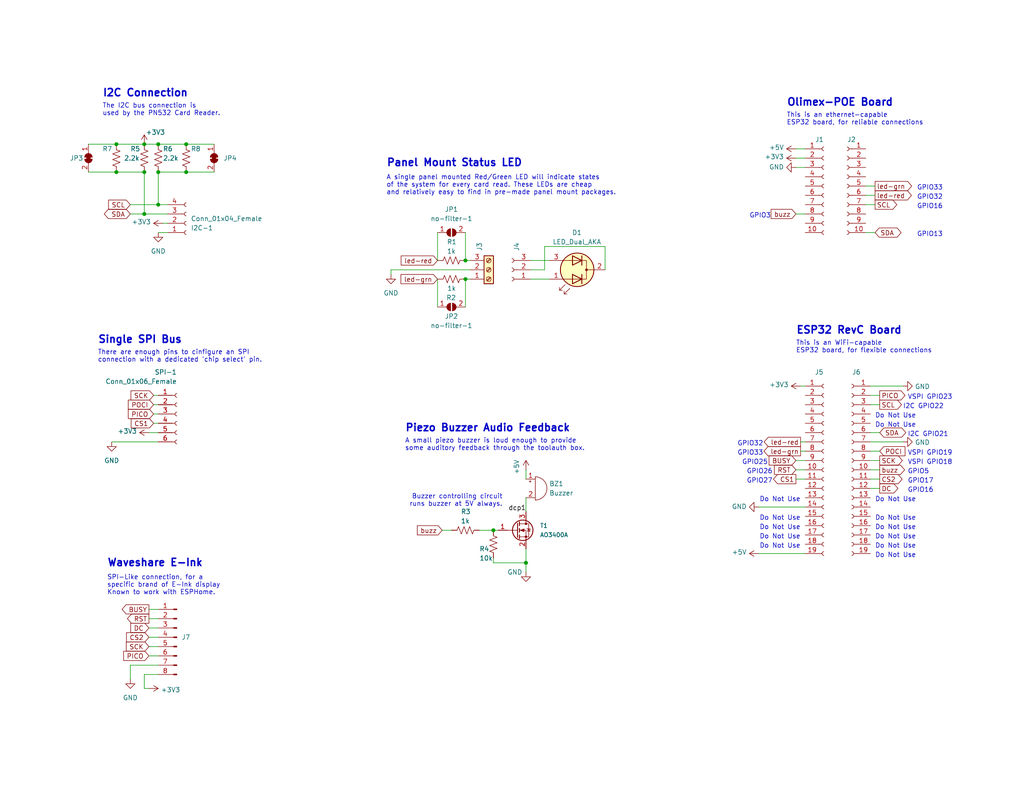
<source format=kicad_sch>
(kicad_sch (version 20211123) (generator eeschema)
  (paper "USLetter")
  (title_block (title "Reader-Daughter Board") (date "2023-07-20") (rev "2") (company "MakeHaven") (comment 1 "Olimex POE | Card Reader [I2C]") (comment 2 "ESP32revC | Card Reader [I2C] | E-Ink [waveshare] | General SPI bus"))
  (lib_symbols
    (symbol "Connector:Conn_01x03_Female" (pin_names (offset 1.016) hide)
      (property "Reference" "J" (at 0 5.08 0))
      (property "Value" "Conn_01x03_Female" (at 0 -5.08 0))
      (symbol "Conn_01x03_Female_1_1"
        (arc (start 0 -2.032) (mid -0.508 -2.54) (end 0 -3.048) (stroke (width 0.1524)))
        (polyline (pts (xy -1.27 -2.54) (xy -0.508 -2.54)) (stroke (width 0.1524)))
        (polyline (pts (xy -1.27 0) (xy -0.508 0)) (stroke (width 0.1524)))
        (polyline (pts (xy -1.27 2.54) (xy -0.508 2.54)) (stroke (width 0.1524)))
        (arc (start 0 0.508) (mid -0.508 0) (end 0 -0.508) (stroke (width 0.1524)))
        (arc (start 0 3.048) (mid -0.508 2.54) (end 0 2.032) (stroke (width 0.1524)))
        (pin passive line (at -5.08 2.54 0) (length 3.81) (name "Pin_1") (number "1"))
        (pin passive line (at -5.08 0 0) (length 3.81) (name "Pin_2") (number "2"))
        (pin passive line (at -5.08 -2.54 0) (length 3.81) (name "Pin_3") (number "3"))
      )
    )
    (symbol "Connector:Conn_01x04_Female" (pin_names (offset 1.016) hide)
      (property "Reference" "J" (at 0 5.08 0))
      (property "Value" "Conn_01x04_Female" (at 0 -7.62 0))
      (symbol "Conn_01x04_Female_1_1"
        (arc (start 0 -4.572) (mid -0.508 -5.08) (end 0 -5.588) (stroke (width 0.1524)))
        (arc (start 0 -2.032) (mid -0.508 -2.54) (end 0 -3.048) (stroke (width 0.1524)))
        (polyline (pts (xy -1.27 -5.08) (xy -0.508 -5.08)) (stroke (width 0.1524)))
        (polyline (pts (xy -1.27 -2.54) (xy -0.508 -2.54)) (stroke (width 0.1524)))
        (polyline (pts (xy -1.27 0) (xy -0.508 0)) (stroke (width 0.1524)))
        (polyline (pts (xy -1.27 2.54) (xy -0.508 2.54)) (stroke (width 0.1524)))
        (arc (start 0 0.508) (mid -0.508 0) (end 0 -0.508) (stroke (width 0.1524)))
        (arc (start 0 3.048) (mid -0.508 2.54) (end 0 2.032) (stroke (width 0.1524)))
        (pin passive line (at -5.08 2.54 0) (length 3.81) (name "Pin_1") (number "1"))
        (pin passive line (at -5.08 0 0) (length 3.81) (name "Pin_2") (number "2"))
        (pin passive line (at -5.08 -2.54 0) (length 3.81) (name "Pin_3") (number "3"))
        (pin passive line (at -5.08 -5.08 0) (length 3.81) (name "Pin_4") (number "4"))
      )
    )
    (symbol "Connector:Conn_01x06_Female" (pin_names (offset 1.016) hide)
      (property "Reference" "J" (at 0 7.62 0))
      (property "Value" "Conn_01x06_Female" (at 0 -10.16 0))
      (symbol "Conn_01x06_Female_1_1"
        (arc (start 0 -7.112) (mid -0.508 -7.62) (end 0 -8.128) (stroke (width 0.1524)))
        (arc (start 0 -4.572) (mid -0.508 -5.08) (end 0 -5.588) (stroke (width 0.1524)))
        (arc (start 0 -2.032) (mid -0.508 -2.54) (end 0 -3.048) (stroke (width 0.1524)))
        (polyline (pts (xy -1.27 -7.62) (xy -0.508 -7.62)) (stroke (width 0.1524)))
        (polyline (pts (xy -1.27 -5.08) (xy -0.508 -5.08)) (stroke (width 0.1524)))
        (polyline (pts (xy -1.27 -2.54) (xy -0.508 -2.54)) (stroke (width 0.1524)))
        (polyline (pts (xy -1.27 0) (xy -0.508 0)) (stroke (width 0.1524)))
        (polyline (pts (xy -1.27 2.54) (xy -0.508 2.54)) (stroke (width 0.1524)))
        (polyline (pts (xy -1.27 5.08) (xy -0.508 5.08)) (stroke (width 0.1524)))
        (arc (start 0 0.508) (mid -0.508 0) (end 0 -0.508) (stroke (width 0.1524)))
        (arc (start 0 3.048) (mid -0.508 2.54) (end 0 2.032) (stroke (width 0.1524)))
        (arc (start 0 5.588) (mid -0.508 5.08) (end 0 4.572) (stroke (width 0.1524)))
        (pin passive line (at -5.08 5.08 0) (length 3.81) (name "Pin_1") (number "1"))
        (pin passive line (at -5.08 2.54 0) (length 3.81) (name "Pin_2") (number "2"))
        (pin passive line (at -5.08 0 0) (length 3.81) (name "Pin_3") (number "3"))
        (pin passive line (at -5.08 -2.54 0) (length 3.81) (name "Pin_4") (number "4"))
        (pin passive line (at -5.08 -5.08 0) (length 3.81) (name "Pin_5") (number "5"))
        (pin passive line (at -5.08 -7.62 0) (length 3.81) (name "Pin_6") (number "6"))
      )
    )
    (symbol "Connector:Conn_01x08_Male" (pin_names (offset 1.016) hide)
      (property "Reference" "J" (at 0 10.16 0))
      (property "Value" "Conn_01x08_Male" (at 0 -12.7 0))
      (symbol "Conn_01x08_Male_1_1"
        (polyline (pts (xy 1.27 -10.16) (xy 0.8636 -10.16)) (stroke (width 0.1524)))
        (polyline (pts (xy 1.27 -7.62) (xy 0.8636 -7.62)) (stroke (width 0.1524)))
        (polyline (pts (xy 1.27 -5.08) (xy 0.8636 -5.08)) (stroke (width 0.1524)))
        (polyline (pts (xy 1.27 -2.54) (xy 0.8636 -2.54)) (stroke (width 0.1524)))
        (polyline (pts (xy 1.27 0) (xy 0.8636 0)) (stroke (width 0.1524)))
        (polyline (pts (xy 1.27 2.54) (xy 0.8636 2.54)) (stroke (width 0.1524)))
        (polyline (pts (xy 1.27 5.08) (xy 0.8636 5.08)) (stroke (width 0.1524)))
        (polyline (pts (xy 1.27 7.62) (xy 0.8636 7.62)) (stroke (width 0.1524)))
        (rectangle (start 0.8636 -10.033) (end 0 -10.287) (stroke (width 0.1524)) (fill (type outline)))
        (rectangle (start 0.8636 -7.493) (end 0 -7.747) (stroke (width 0.1524)) (fill (type outline)))
        (rectangle (start 0.8636 -4.953) (end 0 -5.207) (stroke (width 0.1524)) (fill (type outline)))
        (rectangle (start 0.8636 -2.413) (end 0 -2.667) (stroke (width 0.1524)) (fill (type outline)))
        (rectangle (start 0.8636 0.127) (end 0 -0.127) (stroke (width 0.1524)) (fill (type outline)))
        (rectangle (start 0.8636 2.667) (end 0 2.413) (stroke (width 0.1524)) (fill (type outline)))
        (rectangle (start 0.8636 5.207) (end 0 4.953) (stroke (width 0.1524)) (fill (type outline)))
        (rectangle (start 0.8636 7.747) (end 0 7.493) (stroke (width 0.1524)) (fill (type outline)))
        (pin passive line (at 5.08 7.62 180) (length 3.81) (name "Pin_1") (number "1"))
        (pin passive line (at 5.08 5.08 180) (length 3.81) (name "Pin_2") (number "2"))
        (pin passive line (at 5.08 2.54 180) (length 3.81) (name "Pin_3") (number "3"))
        (pin passive line (at 5.08 0 180) (length 3.81) (name "Pin_4") (number "4"))
        (pin passive line (at 5.08 -2.54 180) (length 3.81) (name "Pin_5") (number "5"))
        (pin passive line (at 5.08 -5.08 180) (length 3.81) (name "Pin_6") (number "6"))
        (pin passive line (at 5.08 -7.62 180) (length 3.81) (name "Pin_7") (number "7"))
        (pin passive line (at 5.08 -10.16 180) (length 3.81) (name "Pin_8") (number "8"))
      )
    )
    (symbol "Connector:Conn_01x10_Female" (pin_names (offset 1.016) hide)
      (property "Reference" "J" (at 0 12.7 0))
      (property "Value" "Conn_01x10_Female" (at 0 -15.24 0))
      (symbol "Conn_01x10_Female_1_1"
        (arc (start 0 -12.192) (mid -0.508 -12.7) (end 0 -13.208) (stroke (width 0.1524)))
        (arc (start 0 -9.652) (mid -0.508 -10.16) (end 0 -10.668) (stroke (width 0.1524)))
        (arc (start 0 -7.112) (mid -0.508 -7.62) (end 0 -8.128) (stroke (width 0.1524)))
        (arc (start 0 -4.572) (mid -0.508 -5.08) (end 0 -5.588) (stroke (width 0.1524)))
        (arc (start 0 -2.032) (mid -0.508 -2.54) (end 0 -3.048) (stroke (width 0.1524)))
        (polyline (pts (xy -1.27 -12.7) (xy -0.508 -12.7)) (stroke (width 0.1524)))
        (polyline (pts (xy -1.27 -10.16) (xy -0.508 -10.16)) (stroke (width 0.1524)))
        (polyline (pts (xy -1.27 -7.62) (xy -0.508 -7.62)) (stroke (width 0.1524)))
        (polyline (pts (xy -1.27 -5.08) (xy -0.508 -5.08)) (stroke (width 0.1524)))
        (polyline (pts (xy -1.27 -2.54) (xy -0.508 -2.54)) (stroke (width 0.1524)))
        (polyline (pts (xy -1.27 0) (xy -0.508 0)) (stroke (width 0.1524)))
        (polyline (pts (xy -1.27 2.54) (xy -0.508 2.54)) (stroke (width 0.1524)))
        (polyline (pts (xy -1.27 5.08) (xy -0.508 5.08)) (stroke (width 0.1524)))
        (polyline (pts (xy -1.27 7.62) (xy -0.508 7.62)) (stroke (width 0.1524)))
        (polyline (pts (xy -1.27 10.16) (xy -0.508 10.16)) (stroke (width 0.1524)))
        (arc (start 0 0.508) (mid -0.508 0) (end 0 -0.508) (stroke (width 0.1524)))
        (arc (start 0 3.048) (mid -0.508 2.54) (end 0 2.032) (stroke (width 0.1524)))
        (arc (start 0 5.588) (mid -0.508 5.08) (end 0 4.572) (stroke (width 0.1524)))
        (arc (start 0 8.128) (mid -0.508 7.62) (end 0 7.112) (stroke (width 0.1524)))
        (arc (start 0 10.668) (mid -0.508 10.16) (end 0 9.652) (stroke (width 0.1524)))
        (pin passive line (at -5.08 10.16 0) (length 3.81) (name "Pin_1") (number "1"))
        (pin passive line (at -5.08 -12.7 0) (length 3.81) (name "Pin_10") (number "10"))
        (pin passive line (at -5.08 7.62 0) (length 3.81) (name "Pin_2") (number "2"))
        (pin passive line (at -5.08 5.08 0) (length 3.81) (name "Pin_3") (number "3"))
        (pin passive line (at -5.08 2.54 0) (length 3.81) (name "Pin_4") (number "4"))
        (pin passive line (at -5.08 0 0) (length 3.81) (name "Pin_5") (number "5"))
        (pin passive line (at -5.08 -2.54 0) (length 3.81) (name "Pin_6") (number "6"))
        (pin passive line (at -5.08 -5.08 0) (length 3.81) (name "Pin_7") (number "7"))
        (pin passive line (at -5.08 -7.62 0) (length 3.81) (name "Pin_8") (number "8"))
        (pin passive line (at -5.08 -10.16 0) (length 3.81) (name "Pin_9") (number "9"))
      )
    )
    (symbol "Connector:Conn_01x19_Female" (pin_names (offset 1.016) hide)
      (property "Reference" "J" (at 0 25.4 0))
      (property "Value" "Conn_01x19_Female" (at 0 -25.4 0))
      (symbol "Conn_01x19_Female_1_1"
        (arc (start 0 -22.352) (mid -0.508 -22.86) (end 0 -23.368) (stroke (width 0.1524)))
        (arc (start 0 -19.812) (mid -0.508 -20.32) (end 0 -20.828) (stroke (width 0.1524)))
        (arc (start 0 -17.272) (mid -0.508 -17.78) (end 0 -18.288) (stroke (width 0.1524)))
        (arc (start 0 -14.732) (mid -0.508 -15.24) (end 0 -15.748) (stroke (width 0.1524)))
        (arc (start 0 -12.192) (mid -0.508 -12.7) (end 0 -13.208) (stroke (width 0.1524)))
        (arc (start 0 -9.652) (mid -0.508 -10.16) (end 0 -10.668) (stroke (width 0.1524)))
        (arc (start 0 -7.112) (mid -0.508 -7.62) (end 0 -8.128) (stroke (width 0.1524)))
        (arc (start 0 -4.572) (mid -0.508 -5.08) (end 0 -5.588) (stroke (width 0.1524)))
        (arc (start 0 -2.032) (mid -0.508 -2.54) (end 0 -3.048) (stroke (width 0.1524)))
        (polyline (pts (xy -1.27 -22.86) (xy -0.508 -22.86)) (stroke (width 0.1524)))
        (polyline (pts (xy -1.27 -20.32) (xy -0.508 -20.32)) (stroke (width 0.1524)))
        (polyline (pts (xy -1.27 -17.78) (xy -0.508 -17.78)) (stroke (width 0.1524)))
        (polyline (pts (xy -1.27 -15.24) (xy -0.508 -15.24)) (stroke (width 0.1524)))
        (polyline (pts (xy -1.27 -12.7) (xy -0.508 -12.7)) (stroke (width 0.1524)))
        (polyline (pts (xy -1.27 -10.16) (xy -0.508 -10.16)) (stroke (width 0.1524)))
        (polyline (pts (xy -1.27 -7.62) (xy -0.508 -7.62)) (stroke (width 0.1524)))
        (polyline (pts (xy -1.27 -5.08) (xy -0.508 -5.08)) (stroke (width 0.1524)))
        (polyline (pts (xy -1.27 -2.54) (xy -0.508 -2.54)) (stroke (width 0.1524)))
        (polyline (pts (xy -1.27 0) (xy -0.508 0)) (stroke (width 0.1524)))
        (polyline (pts (xy -1.27 2.54) (xy -0.508 2.54)) (stroke (width 0.1524)))
        (polyline (pts (xy -1.27 5.08) (xy -0.508 5.08)) (stroke (width 0.1524)))
        (polyline (pts (xy -1.27 7.62) (xy -0.508 7.62)) (stroke (width 0.1524)))
        (polyline (pts (xy -1.27 10.16) (xy -0.508 10.16)) (stroke (width 0.1524)))
        (polyline (pts (xy -1.27 12.7) (xy -0.508 12.7)) (stroke (width 0.1524)))
        (polyline (pts (xy -1.27 15.24) (xy -0.508 15.24)) (stroke (width 0.1524)))
        (polyline (pts (xy -1.27 17.78) (xy -0.508 17.78)) (stroke (width 0.1524)))
        (polyline (pts (xy -1.27 20.32) (xy -0.508 20.32)) (stroke (width 0.1524)))
        (polyline (pts (xy -1.27 22.86) (xy -0.508 22.86)) (stroke (width 0.1524)))
        (arc (start 0 0.508) (mid -0.508 0) (end 0 -0.508) (stroke (width 0.1524)))
        (arc (start 0 3.048) (mid -0.508 2.54) (end 0 2.032) (stroke (width 0.1524)))
        (arc (start 0 5.588) (mid -0.508 5.08) (end 0 4.572) (stroke (width 0.1524)))
        (arc (start 0 8.128) (mid -0.508 7.62) (end 0 7.112) (stroke (width 0.1524)))
        (arc (start 0 10.668) (mid -0.508 10.16) (end 0 9.652) (stroke (width 0.1524)))
        (arc (start 0 13.208) (mid -0.508 12.7) (end 0 12.192) (stroke (width 0.1524)))
        (arc (start 0 15.748) (mid -0.508 15.24) (end 0 14.732) (stroke (width 0.1524)))
        (arc (start 0 18.288) (mid -0.508 17.78) (end 0 17.272) (stroke (width 0.1524)))
        (arc (start 0 20.828) (mid -0.508 20.32) (end 0 19.812) (stroke (width 0.1524)))
        (arc (start 0 23.368) (mid -0.508 22.86) (end 0 22.352) (stroke (width 0.1524)))
        (pin passive line (at -5.08 22.86 0) (length 3.81) (name "Pin_1") (number "1"))
        (pin passive line (at -5.08 0 0) (length 3.81) (name "Pin_10") (number "10"))
        (pin passive line (at -5.08 -2.54 0) (length 3.81) (name "Pin_11") (number "11"))
        (pin passive line (at -5.08 -5.08 0) (length 3.81) (name "Pin_12") (number "12"))
        (pin passive line (at -5.08 -7.62 0) (length 3.81) (name "Pin_13") (number "13"))
        (pin passive line (at -5.08 -10.16 0) (length 3.81) (name "Pin_14") (number "14"))
        (pin passive line (at -5.08 -12.7 0) (length 3.81) (name "Pin_15") (number "15"))
        (pin passive line (at -5.08 -15.24 0) (length 3.81) (name "Pin_16") (number "16"))
        (pin passive line (at -5.08 -17.78 0) (length 3.81) (name "Pin_17") (number "17"))
        (pin passive line (at -5.08 -20.32 0) (length 3.81) (name "Pin_18") (number "18"))
        (pin passive line (at -5.08 -22.86 0) (length 3.81) (name "Pin_19") (number "19"))
        (pin passive line (at -5.08 20.32 0) (length 3.81) (name "Pin_2") (number "2"))
        (pin passive line (at -5.08 17.78 0) (length 3.81) (name "Pin_3") (number "3"))
        (pin passive line (at -5.08 15.24 0) (length 3.81) (name "Pin_4") (number "4"))
        (pin passive line (at -5.08 12.7 0) (length 3.81) (name "Pin_5") (number "5"))
        (pin passive line (at -5.08 10.16 0) (length 3.81) (name "Pin_6") (number "6"))
        (pin passive line (at -5.08 7.62 0) (length 3.81) (name "Pin_7") (number "7"))
        (pin passive line (at -5.08 5.08 0) (length 3.81) (name "Pin_8") (number "8"))
        (pin passive line (at -5.08 2.54 0) (length 3.81) (name "Pin_9") (number "9"))
      )
    )
    (symbol "Connector:Screw_Terminal_01x03" (pin_names (offset 1.016) hide)
      (property "Reference" "J" (at 0 5.08 0))
      (property "Value" "Screw_Terminal_01x03" (at 0 -5.08 0))
      (symbol "Screw_Terminal_01x03_1_1"
        (rectangle (start -1.27 3.81) (end 1.27 -3.81) (stroke (width 0.254)) (fill (type background)))
        (circle (center 0 -2.54) (radius 0.635) (stroke (width 0.1524)))
        (polyline (pts (xy -0.5334 -2.2098) (xy 0.3302 -3.048)) (stroke (width 0.1524)))
        (polyline (pts (xy -0.5334 0.3302) (xy 0.3302 -0.508)) (stroke (width 0.1524)))
        (polyline (pts (xy -0.5334 2.8702) (xy 0.3302 2.032)) (stroke (width 0.1524)))
        (polyline (pts (xy -0.3556 -2.032) (xy 0.508 -2.8702)) (stroke (width 0.1524)))
        (polyline (pts (xy -0.3556 0.508) (xy 0.508 -0.3302)) (stroke (width 0.1524)))
        (polyline (pts (xy -0.3556 3.048) (xy 0.508 2.2098)) (stroke (width 0.1524)))
        (circle (center 0 0) (radius 0.635) (stroke (width 0.1524)))
        (circle (center 0 2.54) (radius 0.635) (stroke (width 0.1524)))
        (pin passive line (at -5.08 2.54 0) (length 3.81) (name "Pin_1") (number "1"))
        (pin passive line (at -5.08 0 0) (length 3.81) (name "Pin_2") (number "2"))
        (pin passive line (at -5.08 -2.54 0) (length 3.81) (name "Pin_3") (number "3"))
      )
    )
    (symbol "Device:Buzzer" (pin_names (offset 0.0254) hide)
      (property "Reference" "BZ" (at 3.81 1.27 0))
      (property "Value" "Buzzer" (at 3.81 -1.27 0))
      (symbol "Buzzer_0_1"
        (arc (start 0 -3.175) (mid 3.175 0) (end 0 3.175))
        (polyline (pts (xy -1.651 1.905) (xy -1.143 1.905)))
        (polyline (pts (xy -1.397 2.159) (xy -1.397 1.651)))
        (polyline (pts (xy 0 3.175) (xy 0 -3.175)))
      )
      (symbol "Buzzer_1_1"
        (pin passive line (at -2.54 2.54 0) (length 2.54) (name "-") (number "1"))
        (pin passive line (at -2.54 -2.54 0) (length 2.54) (name "+") (number "2"))
      )
    )
    (symbol "Device:LED_Dual_AKA" (pin_names (offset 0) hide)
      (property "Reference" "D" (at 0 5.715 0))
      (property "Value" "LED_Dual_AKA" (at 0 -6.35 0))
      (symbol "LED_Dual_AKA_0_1"
        (circle (center -2.54 0) (radius 0.2794) (fill (type outline)))
        (polyline (pts (xy -4.572 0) (xy -2.54 0)))
        (polyline (pts (xy -1.27 -1.27) (xy -1.27 -3.81)) (stroke (width 0.254)))
        (polyline (pts (xy -1.27 1.27) (xy -1.27 3.81)) (stroke (width 0.254)))
        (polyline (pts (xy 3.81 -2.54) (xy 1.905 -2.54)))
        (polyline (pts (xy 3.81 2.54) (xy 1.905 2.54)))
        (polyline (pts (xy 1.27 -3.81) (xy 1.27 -1.27) (xy -1.27 -2.54) (xy 1.27 -3.81)) (stroke (width 0.254)))
        (polyline (pts (xy 1.27 1.27) (xy 1.27 3.81) (xy -1.27 2.54) (xy 1.27 1.27)) (stroke (width 0.254)))
        (polyline (pts (xy 2.032 2.54) (xy -2.54 2.54) (xy -2.54 -2.54) (xy 2.032 -2.54)))
        (polyline (pts (xy 2.032 5.08) (xy 3.556 6.604) (xy 2.794 6.604) (xy 3.556 6.604) (xy 3.556 5.842)))
        (polyline (pts (xy 3.302 4.064) (xy 4.826 5.588) (xy 4.064 5.588) (xy 4.826 5.588) (xy 4.826 4.826)))
        (circle (center 0 0) (radius 4.572) (stroke (width 0.254)) (fill (type background)))
      )
      (symbol "LED_Dual_AKA_1_1"
        (pin input line (at 7.62 2.54 180) (length 3.81) (name "A1") (number "1"))
        (pin input line (at -7.62 0 0) (length 3.048) (name "K") (number "2"))
        (pin input line (at 7.62 -2.54 180) (length 3.81) (name "A2") (number "3"))
      )
    )
    (symbol "Device:R_US" (pin_numbers hide) (pin_names (offset 0))
      (property "Reference" "R" (at 2.54 0 90))
      (property "Value" "R_US" (at -2.54 0 90))
      (symbol "R_US_0_1"
        (polyline (pts (xy 0 -2.286) (xy 0 -2.54)))
        (polyline (pts (xy 0 2.286) (xy 0 2.54)))
        (polyline (pts (xy 0 -0.762) (xy 1.016 -1.143) (xy 0 -1.524) (xy -1.016 -1.905) (xy 0 -2.286)))
        (polyline (pts (xy 0 0.762) (xy 1.016 0.381) (xy 0 0) (xy -1.016 -0.381) (xy 0 -0.762)))
        (polyline (pts (xy 0 2.286) (xy 1.016 1.905) (xy 0 1.524) (xy -1.016 1.143) (xy 0 0.762)))
      )
      (symbol "R_US_1_1"
        (pin passive line (at 0 3.81 270) (length 1.27) (name "~") (number "1"))
        (pin passive line (at 0 -3.81 90) (length 1.27) (name "~") (number "2"))
      )
    )
    (symbol "ESP32-PoE-ISO_Rev_K:+3.3V" (power) (pin_names (offset 0))
      (property "Value" "+3.3V" (at 0 3.556 0))
      (symbol "+3.3V_0_1"
        (polyline (pts (xy -0.762 1.27) (xy 0 2.54)))
        (polyline (pts (xy 0 0) (xy 0 2.54)))
        (polyline (pts (xy 0 2.54) (xy 0.762 1.27)))
      )
      (symbol "+3.3V_1_1"
        (pin power_in line (at 0 0 90) (length 0) hide (name "+3V3") (number "1"))
      )
    )
    (symbol "ESP32-PoE-ISO_Rev_K:+5V" (power) (pin_names (offset 0))
      (property "Value" "+5V" (at 0 3.556 0))
      (symbol "+5V_0_1"
        (polyline (pts (xy -0.762 1.27) (xy 0 2.54)))
        (polyline (pts (xy 0 0) (xy 0 2.54)))
        (polyline (pts (xy 0 2.54) (xy 0.762 1.27)))
      )
      (symbol "+5V_1_1"
        (pin power_in line (at 0 0 90) (length 0) hide (name "+5V") (number "1"))
      )
    )
    (symbol "ESP32-PoE-ISO_Rev_K:GND" (power) (pin_names (offset 0))
      (property "Value" "GND" (at 0 -3.81 0))
      (symbol "GND_0_1"
        (polyline (pts (xy 0 0) (xy 0 -1.27) (xy 1.27 -1.27) (xy 0 -2.54) (xy -1.27 -1.27) (xy 0 -1.27)))
      )
      (symbol "GND_1_1"
        (pin power_in line (at 0 0 270) (length 0) hide (name "GND") (number "1"))
      )
    )
    (symbol "Jumper:SolderJumper_2_Bridged" (pin_names (offset 0) hide)
      (property "Reference" "JP" (at 0 2.032 0))
      (property "Value" "SolderJumper_2_Bridged" (at 0 -2.54 0))
      (symbol "SolderJumper_2_Bridged_0_1"
        (rectangle (start -0.508 0.508) (end 0.508 -0.508) (fill (type outline)))
        (arc (start -0.254 1.016) (mid -1.27 0) (end -0.254 -1.016))
        (arc (start -0.254 1.016) (mid -1.27 0) (end -0.254 -1.016) (fill (type outline)))
        (polyline (pts (xy -0.254 1.016) (xy -0.254 -1.016)))
        (polyline (pts (xy 0.254 1.016) (xy 0.254 -1.016)))
        (arc (start 0.254 -1.016) (mid 1.27 0) (end 0.254 1.016))
        (arc (start 0.254 -1.016) (mid 1.27 0) (end 0.254 1.016) (fill (type outline)))
      )
      (symbol "SolderJumper_2_Bridged_1_1"
        (pin passive line (at -3.81 0 0) (length 2.54) (name "A") (number "1"))
        (pin passive line (at 3.81 0 180) (length 2.54) (name "B") (number "2"))
      )
    )
    (symbol "Jumper:SolderJumper_2_Open" (pin_names (offset 0) hide)
      (property "Reference" "JP" (at 0 2.032 0))
      (property "Value" "SolderJumper_2_Open" (at 0 -2.54 0))
      (symbol "SolderJumper_2_Open_0_1"
        (arc (start -0.254 1.016) (mid -1.27 0) (end -0.254 -1.016))
        (arc (start -0.254 1.016) (mid -1.27 0) (end -0.254 -1.016) (fill (type outline)))
        (polyline (pts (xy -0.254 1.016) (xy -0.254 -1.016)))
        (polyline (pts (xy 0.254 1.016) (xy 0.254 -1.016)))
        (arc (start 0.254 -1.016) (mid 1.27 0) (end 0.254 1.016))
        (arc (start 0.254 -1.016) (mid 1.27 0) (end 0.254 1.016) (fill (type outline)))
      )
      (symbol "SolderJumper_2_Open_1_1"
        (pin passive line (at -3.81 0 0) (length 2.54) (name "A") (number "1"))
        (pin passive line (at 3.81 0 180) (length 2.54) (name "B") (number "2"))
      )
    )
    (symbol "Transistor_FET:AO3400A" (pin_names hide)
      (property "Reference" "Q" (at 5.08 1.905 0))
      (property "Value" "AO3400A" (at 5.08 0 0))
      (symbol "AO3400A_0_1"
        (polyline (pts (xy 0.254 0) (xy -2.54 0)))
        (polyline (pts (xy 0.254 1.905) (xy 0.254 -1.905)) (stroke (width 0.254)))
        (polyline (pts (xy 0.762 -1.27) (xy 0.762 -2.286)) (stroke (width 0.254)))
        (polyline (pts (xy 0.762 0.508) (xy 0.762 -0.508)) (stroke (width 0.254)))
        (polyline (pts (xy 0.762 2.286) (xy 0.762 1.27)) (stroke (width 0.254)))
        (polyline (pts (xy 2.54 2.54) (xy 2.54 1.778)))
        (polyline (pts (xy 2.54 -2.54) (xy 2.54 0) (xy 0.762 0)))
        (polyline (pts (xy 0.762 -1.778) (xy 3.302 -1.778) (xy 3.302 1.778) (xy 0.762 1.778)))
        (polyline (pts (xy 1.016 0) (xy 2.032 0.381) (xy 2.032 -0.381) (xy 1.016 0)) (fill (type outline)))
        (polyline (pts (xy 2.794 0.508) (xy 2.921 0.381) (xy 3.683 0.381) (xy 3.81 0.254)))
        (polyline (pts (xy 3.302 0.381) (xy 2.921 -0.254) (xy 3.683 -0.254) (xy 3.302 0.381)))
        (circle (center 1.651 0) (radius 2.794) (stroke (width 0.254)))
        (circle (center 2.54 -1.778) (radius 0.254) (fill (type outline)))
        (circle (center 2.54 1.778) (radius 0.254) (fill (type outline)))
      )
      (symbol "AO3400A_1_1"
        (pin input line (at -5.08 0 0) (length 2.54) (name "G") (number "1"))
        (pin passive line (at 2.54 -5.08 90) (length 2.54) (name "S") (number "2"))
        (pin passive line (at 2.54 5.08 270) (length 2.54) (name "D") (number "3"))
      )
    )
    (symbol "power:GND" (power) (pin_names (offset 0))
      (property "Value" "GND" (at 0 -3.81 0))
      (symbol "GND_0_1"
        (polyline (pts (xy 0 0) (xy 0 -1.27) (xy 1.27 -1.27) (xy 0 -2.54) (xy -1.27 -1.27) (xy 0 -1.27)))
      )
      (symbol "GND_1_1"
        (pin power_in line (at 0 0 270) (length 0) hide (name "GND") (number "1"))
      )
    )
  )
  (junction (at 39.37 58.42))
  (junction (at 143.51 153.67))
  (junction (at 127 71.12))
  (junction (at 43.18 55.88))
  (junction (at 43.18 46.99))
  (junction (at 127 76.2))
  (junction (at 31.75 39.37))
  (junction (at 50.8 39.37))
  (junction (at 39.37 46.99))
  (junction (at 134.62 144.78))
  (junction (at 39.37 39.37))
  (junction (at 50.8 46.99))
  (junction (at 43.18 39.37))
  (junction (at 31.75 46.99))
  (wire (pts (xy 219.71 58.42) (xy 217.17 58.42)))
  (wire (pts (xy 237.49 105.41) (xy 246.38 105.41)))
  (wire (pts (xy 207.01 151.13) (xy 219.71 151.13)))
  (wire (pts (xy 127 76.2) (xy 127 83.82)))
  (wire (pts (xy 50.8 39.37) (xy 58.42 39.37)))
  (wire (pts (xy 237.49 120.65) (xy 246.38 120.65)))
  (wire (pts (xy 236.22 55.88) (xy 238.76 55.88)))
  (wire (pts (xy 39.37 187.96) (xy 40.64 187.96)))
  (wire (pts (xy 237.49 118.11) (xy 240.03 118.11)))
  (wire (pts (xy 238.76 63.5) (xy 236.22 63.5)))
  (wire (pts (xy 24.13 39.37) (xy 31.75 39.37)))
  (wire (pts (xy 144.78 73.66) (xy 148.59 73.66)))
  (wire (pts (xy 130.81 144.78) (xy 134.62 144.78)))
  (wire (pts (xy 237.49 123.19) (xy 240.03 123.19)))
  (wire (pts (xy 39.37 58.42) (xy 45.72 58.42)))
  (wire (pts (xy 43.18 107.95) (xy 41.91 107.95)))
  (wire (pts (xy 143.51 153.67) (xy 143.51 156.21)))
  (wire (pts (xy 106.68 73.66) (xy 128.27 73.66)))
  (wire (pts (xy 237.49 130.81) (xy 240.03 130.81)))
  (wire (pts (xy 120.65 144.78) (xy 123.19 144.78)))
  (wire (pts (xy 43.18 39.37) (xy 39.37 39.37)))
  (wire (pts (xy 143.51 128.27) (xy 143.51 130.81)))
  (wire (pts (xy 39.37 184.15) (xy 39.37 187.96)))
  (wire (pts (xy 218.44 105.41) (xy 219.71 105.41)))
  (wire (pts (xy 41.91 115.57) (xy 43.18 115.57)))
  (wire (pts (xy 43.18 110.49) (xy 41.91 110.49)))
  (wire (pts (xy 134.62 152.4) (xy 134.62 153.67)))
  (wire (pts (xy 236.22 53.34) (xy 238.76 53.34)))
  (wire (pts (xy 134.62 144.78) (xy 135.89 144.78)))
  (wire (pts (xy 39.37 46.99) (xy 39.37 58.42)))
  (wire (pts (xy 148.59 67.31) (xy 148.59 73.66)))
  (wire (pts (xy 144.78 76.2) (xy 149.86 76.2)))
  (wire (pts (xy 148.59 67.31) (xy 165.1 67.31)))
  (wire (pts (xy 237.49 107.95) (xy 240.03 107.95)))
  (wire (pts (xy 127 76.2) (xy 128.27 76.2)))
  (wire (pts (xy 50.8 46.99) (xy 58.42 46.99)))
  (wire (pts (xy 134.62 153.67) (xy 143.51 153.67)))
  (wire (pts (xy 24.13 46.99) (xy 31.75 46.99)))
  (wire (pts (xy 43.18 39.37) (xy 50.8 39.37)))
  (wire (pts (xy 40.64 176.53) (xy 43.18 176.53)))
  (wire (pts (xy 218.44 123.19) (xy 219.71 123.19)))
  (wire (pts (xy 43.18 55.88) (xy 45.72 55.88)))
  (wire (pts (xy 43.18 46.99) (xy 50.8 46.99)))
  (wire (pts (xy 165.1 73.66) (xy 165.1 67.31)))
  (wire (pts (xy 44.45 60.96) (xy 45.72 60.96)))
  (wire (pts (xy 144.78 71.12) (xy 149.86 71.12)))
  (wire (pts (xy 31.75 39.37) (xy 39.37 39.37)))
  (wire (pts (xy 237.49 110.49) (xy 240.03 110.49)))
  (wire (pts (xy 217.17 43.18) (xy 219.71 43.18)))
  (wire (pts (xy 43.18 118.11) (xy 40.64 118.11)))
  (wire (pts (xy 106.68 74.93) (xy 106.68 73.66)))
  (wire (pts (xy 237.49 125.73) (xy 240.03 125.73)))
  (wire (pts (xy 237.49 133.35) (xy 240.03 133.35)))
  (wire (pts (xy 219.71 40.64) (xy 217.17 40.64)))
  (wire (pts (xy 35.56 58.42) (xy 39.37 58.42)))
  (wire (pts (xy 237.49 128.27) (xy 240.03 128.27)))
  (wire (pts (xy 143.51 139.7) (xy 143.51 135.89)))
  (wire (pts (xy 218.44 120.65) (xy 219.71 120.65)))
  (wire (pts (xy 219.71 45.72) (xy 217.17 45.72)))
  (wire (pts (xy 40.64 166.37) (xy 43.18 166.37)))
  (wire (pts (xy 207.01 138.43) (xy 219.71 138.43)))
  (wire (pts (xy 43.18 46.99) (xy 43.18 55.88)))
  (wire (pts (xy 43.18 181.61) (xy 35.56 181.61)))
  (wire (pts (xy 119.38 76.2) (xy 119.38 83.82)))
  (wire (pts (xy 35.56 55.88) (xy 43.18 55.88)))
  (wire (pts (xy 35.56 181.61) (xy 35.56 185.42)))
  (wire (pts (xy 238.76 50.8) (xy 236.22 50.8)))
  (wire (pts (xy 30.48 120.65) (xy 43.18 120.65)))
  (wire (pts (xy 127 71.12) (xy 128.27 71.12)))
  (wire (pts (xy 40.64 168.91) (xy 43.18 168.91)))
  (wire (pts (xy 43.18 113.03) (xy 41.91 113.03)))
  (wire (pts (xy 43.18 63.5) (xy 45.72 63.5)))
  (wire (pts (xy 217.17 128.27) (xy 219.71 128.27)))
  (wire (pts (xy 143.51 149.86) (xy 143.51 153.67)))
  (wire (pts (xy 31.75 46.99) (xy 39.37 46.99)))
  (wire (pts (xy 217.17 130.81) (xy 219.71 130.81)))
  (wire (pts (xy 43.18 184.15) (xy 39.37 184.15)))
  (wire (pts (xy 40.64 173.99) (xy 43.18 173.99)))
  (wire (pts (xy 40.64 171.45) (xy 43.18 171.45)))
  (wire (pts (xy 217.17 125.73) (xy 219.71 125.73)))
  (wire (pts (xy 127 63.5) (xy 127 71.12)))
  (wire (pts (xy 40.64 179.07) (xy 43.18 179.07)))
  (wire (pts (xy 119.38 63.5) (xy 119.38 71.12)))
  (text "Do Not Use" (at 238.76 152.4 0) (effects (font (size 1.27 1.27)) (justify left bottom)))
  (text "GPIO5" (at 247.65 129.54 0) (effects (font (size 1.27 1.27)) (justify left bottom)))
  (text "Do Not Use" (at 238.76 144.78 0) (effects (font (size 1.27 1.27)) (justify left bottom)))
  (text "VSPI GPIO19" (at 247.65 124.46 0) (effects (font (size 1.27 1.27)) (justify left bottom)))
  (text "A single panel mounted Red/Green LED will indicate states\nof the system for every card read. These LEDs are cheap \nand relatively easy to find in pre-made panel mount packages." (at 105.41 53.34 0) (effects (font (size 1.27 1.27)) (justify left bottom)))
  (text "I2C GPIO21\n" (at 247.65 119.38 0) (effects (font (size 1.27 1.27)) (justify left bottom)))
  (text "VSPI GPIO18" (at 247.65 127 0) (effects (font (size 1.27 1.27)) (justify left bottom)))
  (text "GPIO33" (at 208.28 124.46 180) (effects (font (size 1.27 1.27)) (justify right bottom)))
  (text "Do Not Use" (at 218.44 144.78 180) (effects (font (size 1.27 1.27)) (justify right bottom)))
  (text "Do Not Use" (at 218.44 137.16 180) (effects (font (size 1.27 1.27)) (justify right bottom)))
  (text "This is an ethernet-capable \nESP32 board, for reliable connections" (at 214.63 34.29 0) (effects (font (size 1.27 1.27)) (justify left bottom)))
  (text "GPIO17" (at 247.65 132.08 0) (effects (font (size 1.27 1.27)) (justify left bottom)))
  (text "Single SPI Bus" (at 26.67 93.98 0) (effects (font (size 2 2) (thickness 0.4) bold) (justify left bottom)))
  (text "Do Not Use" (at 238.76 114.3 0) (effects (font (size 1.27 1.27)) (justify left bottom)))
  (text "Do Not Use" (at 238.76 142.24 0) (effects (font (size 1.27 1.27)) (justify left bottom)))
  (text "There are enough pins to cinfigure an SPI \nconnection with a dedicated 'chip select' pin.\n" (at 26.67 99.06 0) (effects (font (size 1.27 1.27)) (justify left bottom)))
  (text "GPIO32" (at 250.19 54.61 0) (effects (font (size 1.27 1.27)) (justify left bottom)))
  (text "Do Not Use" (at 218.44 149.86 180) (effects (font (size 1.27 1.27)) (justify right bottom)))
  (text "GPIO32" (at 208.28 121.92 180) (effects (font (size 1.27 1.27)) (justify right bottom)))
  (text "VSPI GPIO23" (at 247.65 109.22 0) (effects (font (size 1.27 1.27)) (justify left bottom)))
  (text "GPIO3" (at 204.47 59.69 0) (effects (font (size 1.27 1.27)) (justify left bottom)))
  (text "Piezo Buzzer Audio Feedback" (at 110.49 118.11 0) (effects (font (size 2 2) (thickness 0.4) bold) (justify left bottom)))
  (text "Buzzer controlling circuit\nruns buzzer at 5V always." (at 137.16 138.43 180) (effects (font (size 1.27 1.27)) (justify right bottom)))
  (text "ESP32 RevC Board\n" (at 217.17 91.44 0) (effects (font (size 2 2) (thickness 0.4) bold) (justify left bottom)))
  (text "GPIO13\n" (at 250.19 64.77 0) (effects (font (size 1.27 1.27)) (justify left bottom)))
  (text "Do Not Use" (at 238.76 149.86 0) (effects (font (size 1.27 1.27)) (justify left bottom)))
  (text "GPIO26" (at 210.82 129.54 180) (effects (font (size 1.27 1.27)) (justify right bottom)))
  (text "Do Not Use" (at 238.76 137.16 0) (effects (font (size 1.27 1.27)) (justify left bottom)))
  (text "This is an WiFi-capable \nESP32 board, for flexible connections" (at 217.17 96.52 0) (effects (font (size 1.27 1.27)) (justify left bottom)))
  (text "GPIO16" (at 250.19 57.15 0) (effects (font (size 1.27 1.27)) (justify left bottom)))
  (text "GPIO25" (at 209.55 127 180) (effects (font (size 1.27 1.27)) (justify right bottom)))
  (text "Do Not Use" (at 218.44 147.32 180) (effects (font (size 1.27 1.27)) (justify right bottom)))
  (text "Do Not Use" (at 218.44 142.24 180) (effects (font (size 1.27 1.27)) (justify right bottom)))
  (text "Panel Mount Status LED" (at 105.41 45.72 0) (effects (font (size 2 2) (thickness 0.4) bold) (justify left bottom)))
  (text "Olimex-POE Board" (at 214.63 29.21 0) (effects (font (size 2 2) (thickness 0.4) bold) (justify left bottom)))
  (text "I2C GPIO22\n" (at 246.38 111.76 0) (effects (font (size 1.27 1.27)) (justify left bottom)))
  (text "Waveshare E-Ink" (at 29.21 154.94 0) (effects (font (size 2 2) (thickness 0.4) bold) (justify left bottom)))
  (text "The I2C bus connection is \nused by the PN532 Card Reader." (at 27.94 31.75 0) (effects (font (size 1.27 1.27)) (justify left bottom)))
  (text "A small piezo buzzer is loud enough to provide\nsome auditory feedback through the toolauth box." (at 110.49 123.19 0) (effects (font (size 1.27 1.27)) (justify left bottom)))
  (text "I2C Connection" (at 27.94 26.67 0) (effects (font (size 2 2) (thickness 0.4) bold) (justify left bottom)))
  (text "GPIO16" (at 247.65 134.62 0) (effects (font (size 1.27 1.27)) (justify left bottom)))
  (text "GPIO33" (at 250.19 52.07 0) (effects (font (size 1.27 1.27)) (justify left bottom)))
  (text "Do Not Use" (at 238.76 116.84 0) (effects (font (size 1.27 1.27)) (justify left bottom)))
  (text "GPIO27" (at 210.82 132.08 180) (effects (font (size 1.27 1.27)) (justify right bottom)))
  (text "Do Not Use" (at 238.76 147.32 0) (effects (font (size 1.27 1.27)) (justify left bottom)))
  (text "SPI-Like connection, for a \nspecific brand of E-Ink display\nKnown to work with ESPHome." (at 29.21 162.56 0) (effects (font (size 1.27 1.27)) (justify left bottom)))
  (label "dcp1" (at 143.51 139.7 180))
  (global_label "PICO" (shape input) (at 41.91 113.03 180) (property "Intersheet References" "${INTERSHEET_REFS}" (effects hide)))
  (global_label "BUSY" (shape input) (at 217.17 125.73 180) (property "Intersheet References" "${INTERSHEET_REFS}" (effects hide)))
  (global_label "led-red" (shape input) (at 119.38 71.12 180) (property "Intersheet References" "${INTERSHEET_REFS}" (effects hide)))
  (global_label "CS1" (shape input) (at 41.91 115.57 180) (property "Intersheet References" "${INTERSHEET_REFS}" (effects hide)))
  (global_label "PICO" (shape output) (at 240.03 107.95 0) (property "Intersheet References" "${INTERSHEET_REFS}" (effects hide)))
  (global_label "CS2" (shape output) (at 240.03 130.81 0) (property "Intersheet References" "${INTERSHEET_REFS}" (effects hide)))
  (global_label "buzz" (shape input) (at 120.65 144.78 180) (property "Intersheet References" "${INTERSHEET_REFS}" (effects hide)))
  (global_label "buzz" (shape input) (at 217.17 58.42 180) (property "Intersheet References" "${INTERSHEET_REFS}" (effects hide)))
  (global_label "led-grn" (shape input) (at 119.38 76.2 180) (property "Intersheet References" "${INTERSHEET_REFS}" (effects hide)))
  (global_label "buzz" (shape output) (at 240.03 128.27 0) (property "Intersheet References" "${INTERSHEET_REFS}" (effects hide)))
  (global_label "led-red" (shape output) (at 218.44 120.65 180) (property "Intersheet References" "${INTERSHEET_REFS}" (effects hide)))
  (global_label "SCL" (shape input) (at 35.56 55.88 180) (property "Intersheet References" "${INTERSHEET_REFS}" (effects hide)))
  (global_label "PICO" (shape input) (at 40.64 179.07 180) (property "Intersheet References" "${INTERSHEET_REFS}" (effects hide)))
  (global_label "POCI" (shape input) (at 41.91 110.49 180) (property "Intersheet References" "${INTERSHEET_REFS}" (effects hide)))
  (global_label "SDA" (shape bidirectional) (at 240.03 118.11 0) (property "Intersheet References" "${INTERSHEET_REFS}" (effects hide)))
  (global_label "SCL" (shape output) (at 240.03 110.49 0) (property "Intersheet References" "${INTERSHEET_REFS}" (effects hide)))
  (global_label "SCL" (shape output) (at 238.76 55.88 0) (property "Intersheet References" "${INTERSHEET_REFS}" (effects hide)))
  (global_label "led-grn" (shape output) (at 238.76 50.8 0) (property "Intersheet References" "${INTERSHEET_REFS}" (effects hide)))
  (global_label "SDA" (shape bidirectional) (at 35.56 58.42 180) (property "Intersheet References" "${INTERSHEET_REFS}" (effects hide)))
  (global_label "CS1" (shape output) (at 217.17 130.81 180) (property "Intersheet References" "${INTERSHEET_REFS}" (effects hide)))
  (global_label "DC" (shape input) (at 40.64 171.45 180) (property "Intersheet References" "${INTERSHEET_REFS}" (effects hide)))
  (global_label "DC" (shape output) (at 240.03 133.35 0) (property "Intersheet References" "${INTERSHEET_REFS}" (effects hide)))
  (global_label "SCK" (shape output) (at 240.03 125.73 0) (property "Intersheet References" "${INTERSHEET_REFS}" (effects hide)))
  (global_label "BUSY" (shape output) (at 40.64 166.37 180) (property "Intersheet References" "${INTERSHEET_REFS}" (effects hide)))
  (global_label "led-grn" (shape output) (at 218.44 123.19 180) (property "Intersheet References" "${INTERSHEET_REFS}" (effects hide)))
  (global_label "CS2" (shape input) (at 40.64 173.99 180) (property "Intersheet References" "${INTERSHEET_REFS}" (effects hide)))
  (global_label "RST" (shape output) (at 40.64 168.91 180) (property "Intersheet References" "${INTERSHEET_REFS}" (effects hide)))
  (global_label "RST" (shape input) (at 217.17 128.27 180) (property "Intersheet References" "${INTERSHEET_REFS}" (effects hide)))
  (global_label "SCK" (shape input) (at 40.64 176.53 180) (property "Intersheet References" "${INTERSHEET_REFS}" (effects hide)))
  (global_label "SCK" (shape input) (at 41.91 107.95 180) (property "Intersheet References" "${INTERSHEET_REFS}" (effects hide)))
  (global_label "led-red" (shape output) (at 238.76 53.34 0) (property "Intersheet References" "${INTERSHEET_REFS}" (effects hide)))
  (global_label "SDA" (shape bidirectional) (at 238.76 63.5 0) (property "Intersheet References" "${INTERSHEET_REFS}" (effects hide)))
  (global_label "POCI" (shape input) (at 240.03 123.19 0) (property "Intersheet References" "${INTERSHEET_REFS}" (effects hide)))
  (symbol (lib_id "ESP32-PoE-ISO_Rev_K:+3.3V") (at 44.45 60.96 90) (unit 1)
    (property "Reference" "#PWR0105" (effects hide))
    (property "Value" "+3.3V" (at 41.1988 60.579 90) (effects (justify left)))
  )
  (symbol (lib_id "ESP32-PoE-ISO_Rev_K:+5V") (at 143.51 128.27 0) (unit 1)
    (property "Reference" "#PWR0111" (effects hide))
    (property "Value" "+5V" (at 140.97 129.54 90) (effects (justify left)))
  )
  (symbol (lib_id "Device:R_US") (at 123.19 71.12 90) (unit 1)
    (property "Reference" "R1" (at 121.92 66.04 90) (effects (justify right)))
    (property "Value" "1k" (at 121.92 68.58 90) (effects (justify right)))
    (property "Footprint" "Resistor_SMD:R_0603_1608Metric" (effects hide))
    (property "JLCPCB Part #" "C21190" (effects hide))
  )
  (symbol (lib_id "Device:Buzzer") (at 146.05 133.35 0) (unit 1) (in_bom no)
    (property "Reference" "BZ1" (at 149.86 132.0799 0) (effects (justify left)))
    (property "Value" "Buzzer" (at 149.86 134.6199 0) (effects (justify left)))
    (property "Footprint" "Buzzer_Beeper:Buzzer_12x9.5RM7.6" (effects hide))
    (property "JLCPCB Part #" "C96095" (effects hide))
  )
  (symbol (lib_id "Connector:Conn_01x10_Female") (at 231.14 50.8 0) (mirror y) (unit 1)
    (property "Reference" "J2" (at 231.14 38.1 0) (effects (justify right)))
    (property "Value" "Conn_01x10_Female" (effects hide))
    (property "Footprint" "Connector_PinSocket_2.54mm:PinSocket_1x10_P2.54mm_Vertical" (effects hide))
    (property "JLCPCB Part #" "C2938384" (effects hide))
  )
  (symbol (lib_id "ESP32-PoE-ISO_Rev_K:+5V") (at 207.01 151.13 90) (unit 1)
    (property "Reference" "#PWR0108" (effects hide))
    (property "Value" "+5V" (at 203.7588 150.749 90) (effects (justify left)))
  )
  (symbol (lib_id "Connector:Conn_01x04_Female") (at 50.8 60.96 0) (mirror x) (unit 1)
    (property "Reference" "I2C-1" (at 52.07 62.23 0) (effects (justify left)))
    (property "Value" "Conn_01x04_Female" (at 52.07 59.69 0) (effects (justify left)))
    (property "Footprint" "Connector_JST:JST_PH_B4B-PH-K_1x04_P2.00mm_Vertical" (effects hide))
    (property "JLCPCB Part #" "C131334" (effects hide))
  )
  (symbol (lib_id "power:GND") (at 30.48 120.65 0) (unit 1)
    (property "Reference" "#PWR0113" (effects hide))
    (property "Value" "GND" (at 30.48 125.73 0))
  )
  (symbol (lib_id "Device:R_US") (at 31.75 43.18 180) (unit 1) (in_bom no)
    (property "Reference" "R7" (at 27.94 40.64 0) (effects (justify right)))
    (property "Value" "2.2k" (effects hide))
    (property "Footprint" "Resistor_THT:R_Axial_DIN0207_L6.3mm_D2.5mm_P2.54mm_Vertical" (effects hide))
    (property "JLCPCB Part #" "C4190" (effects hide))
  )
  (symbol (lib_id "Transistor_FET:AO3400A") (at 140.97 144.78 0) (unit 1)
    (property "Reference" "T1" (at 147.32 143.51 0) (effects (font (size 1.143 1.143)) (justify left)))
    (property "Value" "AO3400A" (at 147.32 146.05 0) (effects (font (size 1.143 1.143)) (justify left)))
    (property "Footprint" "Package_TO_SOT_SMD:SOT-23" (effects hide))
    (property "Datasheet" "http://www.aosmd.com/pdfs/datasheet/AO3400A.pdf" (effects hide))
    (property "JLCPCB Part #" "C427382" (effects hide))
  )
  (symbol (lib_id "Device:R_US") (at 123.19 76.2 270) (unit 1)
    (property "Reference" "R2" (at 124.46 81.28 90) (effects (justify right)))
    (property "Value" "1k" (at 124.46 78.74 90) (effects (justify right)))
    (property "Footprint" "Resistor_SMD:R_0603_1608Metric" (effects hide))
    (property "JLCPCB Part #" "C21190" (effects hide))
  )
  (symbol (lib_id "ESP32-PoE-ISO_Rev_K:GND") (at 246.38 120.65 90) (mirror x) (unit 1)
    (property "Reference" "#PWR0107" (effects hide))
    (property "Value" "GND" (at 249.6312 120.777 90) (effects (justify right)))
  )
  (symbol (lib_id "power:GND") (at 43.18 63.5 0) (unit 1)
    (property "Reference" "#PWR06" (effects hide))
    (property "Value" "GND" (at 43.18 68.58 0))
  )
  (symbol (lib_id "ESP32-PoE-ISO_Rev_K:+3.3V") (at 39.37 39.37 0) (unit 1)
    (property "Reference" "#PWR0104" (effects hide))
    (property "Value" "+3.3V" (at 39.751 36.1188 0) (effects (justify left)))
  )
  (symbol (lib_id "Jumper:SolderJumper_2_Open") (at 123.19 63.5 0) (unit 1)
    (property "Reference" "JP1" (at 123.19 57.15 0))
    (property "Value" "no-filter-1" (at 123.19 59.69 0))
    (property "Footprint" "Jumper:SolderJumper-2_P1.3mm_Open_RoundedPad1.0x1.5mm" (effects hide))
  )
  (symbol (lib_id "Device:R_US") (at 134.62 148.59 180) (unit 1)
    (property "Reference" "R4" (at 130.81 149.86 0) (effects (justify right)))
    (property "Value" "10k" (at 130.81 152.4 0) (effects (justify right)))
    (property "Footprint" "Resistor_SMD:R_0603_1608Metric" (effects hide))
    (property "JLCPCB Part #" "C25804" (effects hide))
  )
  (symbol (lib_id "Connector:Conn_01x19_Female") (at 224.79 128.27 0) (unit 1)
    (property "Reference" "J5" (at 223.52 101.6 0))
    (property "Value" "Conn_01x19_Female" (effects hide))
    (property "Footprint" "Connector_PinSocket_2.54mm:PinSocket_1x19_P2.54mm_Vertical" (effects hide))
    (property "JLCPCB Part #" "C2906049" (effects hide))
  )
  (symbol (lib_id "Device:R_US") (at 39.37 43.18 180) (unit 1)
    (property "Reference" "R5" (at 35.56 40.64 0) (effects (justify right)))
    (property "Value" "2.2k" (at 38.1 43.18 0) (effects (justify left)))
    (property "Footprint" "Resistor_SMD:R_0603_1608Metric" (effects hide))
    (property "JLCPCB Part #" "C4190" (effects hide))
  )
  (symbol (lib_id "Connector:Conn_01x10_Female") (at 224.79 50.8 0) (unit 1)
    (property "Reference" "J1" (at 224.79 38.1 0) (effects (justify right)))
    (property "Value" "Conn_01x10_Female" (effects hide))
    (property "Footprint" "Connector_PinSocket_2.54mm:PinSocket_1x10_P2.54mm_Vertical" (effects hide))
    (property "JLCPCB Part #" "C2938384" (effects hide))
  )
  (symbol (lib_id "Jumper:SolderJumper_2_Open") (at 123.19 83.82 0) (unit 1)
    (property "Reference" "JP2" (at 123.19 86.36 0))
    (property "Value" "no-filter-1" (at 123.19 88.9 0))
    (property "Footprint" "Jumper:SolderJumper-2_P1.3mm_Open_RoundedPad1.0x1.5mm" (effects hide))
  )
  (symbol (lib_id "Connector:Conn_01x19_Female") (at 232.41 128.27 0) (mirror y) (unit 1)
    (property "Reference" "J6" (at 233.68 101.6 0))
    (property "Value" "Conn_01x19_Female" (effects hide))
    (property "Footprint" "Connector_PinSocket_2.54mm:PinSocket_1x19_P2.54mm_Vertical" (effects hide))
    (property "JLCPCB Part #" "C2906049" (effects hide))
  )
  (symbol (lib_id "ESP32-PoE-ISO_Rev_K:GND") (at 143.51 156.21 0) (mirror y) (unit 1)
    (property "Reference" "#PWR0110" (effects hide))
    (property "Value" "GND" (at 138.43 156.21 0) (effects (justify right)))
  )
  (symbol (lib_id "ESP32-PoE-ISO_Rev_K:GND") (at 217.17 45.72 270) (mirror x) (unit 1)
    (property "Reference" "#PWR0103" (effects hide))
    (property "Value" "GND" (at 213.9188 45.593 90) (effects (justify right)))
  )
  (symbol (lib_id "Device:LED_Dual_AKA") (at 157.48 73.66 180) (unit 1) (in_bom no) (on_board no)
    (property "Reference" "D1" (at 157.4165 63.5 0))
    (property "Value" "LED_Dual_AKA" (at 157.4165 66.04 0))
  )
  (symbol (lib_id "Jumper:SolderJumper_2_Bridged") (at 24.13 43.18 270) (unit 1)
    (property "Reference" "JP3" (at 19.05 43.18 90) (effects (justify left)))
    (property "Value" "SolderJumper_2_Bridged" (effects hide))
    (property "Footprint" "Jumper:SolderJumper-2_P1.3mm_Bridged_RoundedPad1.0x1.5mm" (effects hide))
  )
  (symbol (lib_id "ESP32-PoE-ISO_Rev_K:GND") (at 246.38 105.41 90) (mirror x) (unit 1)
    (property "Reference" "#PWR0106" (effects hide))
    (property "Value" "GND" (at 249.6312 105.537 90) (effects (justify right)))
  )
  (symbol (lib_id "Connector:Conn_01x08_Male") (at 48.26 173.99 0) (mirror y) (unit 1) (in_bom no)
    (property "Reference" "J7" (at 49.53 173.9899 0) (effects (justify right)))
    (property "Value" "Conn_01x08_Male" (effects hide))
    (property "Footprint" "Connector_PinHeader_2.54mm:PinHeader_1x08_P2.54mm_Vertical" (effects hide))
  )
  (symbol (lib_id "ESP32-PoE-ISO_Rev_K:+3.3V") (at 217.17 43.18 90) (unit 1)
    (property "Reference" "#PWR0102" (effects hide))
    (property "Value" "+3.3V" (at 213.9188 42.799 90) (effects (justify left)))
  )
  (symbol (lib_id "Device:R_US") (at 127 144.78 90) (unit 1)
    (property "Reference" "R3" (at 125.73 139.7 90) (effects (justify right)))
    (property "Value" "1k" (at 125.73 142.24 90) (effects (justify right)))
    (property "Footprint" "Resistor_SMD:R_0603_1608Metric" (effects hide))
    (property "JLCPCB Part #" "C21190" (effects hide))
  )
  (symbol (lib_id "ESP32-PoE-ISO_Rev_K:+3.3V") (at 40.64 187.96 270) (unit 1)
    (property "Reference" "#PWR0115" (effects hide))
    (property "Value" "+3.3V" (at 43.8912 188.341 90) (effects (justify left)))
  )
  (symbol (lib_id "ESP32-PoE-ISO_Rev_K:GND") (at 207.01 138.43 270) (mirror x) (unit 1)
    (property "Reference" "#PWR0109" (effects hide))
    (property "Value" "GND" (at 203.7588 138.303 90) (effects (justify right)))
  )
  (symbol (lib_id "ESP32-PoE-ISO_Rev_K:+3.3V") (at 218.44 105.41 90) (unit 1)
    (property "Reference" "#PWR0112" (effects hide))
    (property "Value" "+3.3V" (at 215.1888 105.029 90) (effects (justify left)))
  )
  (symbol (lib_id "Jumper:SolderJumper_2_Bridged") (at 58.42 43.18 270) (unit 1)
    (property "Reference" "JP4" (at 60.96 43.18 90) (effects (justify left)))
    (property "Value" "SolderJumper_2_Bridged" (effects hide))
    (property "Footprint" "Jumper:SolderJumper-2_P1.3mm_Bridged_RoundedPad1.0x1.5mm" (effects hide))
  )
  (symbol (lib_id "Connector:Screw_Terminal_01x03") (at 133.35 73.66 0) (mirror x) (unit 1) (in_bom no)
    (property "Reference" "J3" (at 130.81 68.58 90) (effects (justify right)))
    (property "Value" "Conn_01x03_Male" (effects hide))
    (property "Footprint" "TerminalBlock_TE-Connectivity:TerminalBlock_TE_282834-3_1x03_P2.54mm_Horizontal" (effects hide))
    (property "JLCPCB Part #" "C557686" (effects hide))
  )
  (symbol (lib_id "Device:R_US") (at 50.8 43.18 180) (unit 1) (in_bom no)
    (property "Reference" "R8" (at 52.07 40.64 0) (effects (justify right)))
    (property "Value" "2.2k" (effects hide))
    (property "Footprint" "Resistor_THT:R_Axial_DIN0207_L6.3mm_D2.5mm_P2.54mm_Vertical" (effects hide))
    (property "JLCPCB Part #" "C4190" (effects hide))
  )
  (symbol (lib_id "Connector:Conn_01x06_Female") (at 48.26 113.03 0) (unit 1)
    (property "Reference" "SPI-1" (at 48.26 101.6 0) (effects (justify right)))
    (property "Value" "Conn_01x06_Female" (at 48.26 104.14 0) (effects (justify right)))
    (property "Footprint" "Connector_JST:JST_PH_B6B-PH-K_1x06_P2.00mm_Vertical" (effects hide))
    (property "JLCPCB Part #" "C131342" (effects hide))
  )
  (symbol (lib_id "power:GND") (at 35.56 185.42 0) (unit 1)
    (property "Reference" "#PWR0116" (effects hide))
    (property "Value" "GND" (at 35.56 190.5 0))
  )
  (symbol (lib_id "Device:R_US") (at 43.18 43.18 180) (unit 1)
    (property "Reference" "R6" (at 44.45 40.64 0) (effects (justify right)))
    (property "Value" "2.2k" (at 44.45 43.18 0) (effects (justify right)))
    (property "Footprint" "Resistor_SMD:R_0603_1608Metric" (effects hide))
    (property "JLCPCB Part #" "C4190" (effects hide))
  )
  (symbol (lib_id "power:GND") (at 106.68 74.93 0) (unit 1)
    (property "Reference" "#PWR01" (effects hide))
    (property "Value" "GND" (at 106.68 80.01 0))
  )
  (symbol (lib_id "ESP32-PoE-ISO_Rev_K:+3.3V") (at 40.64 118.11 90) (unit 1)
    (property "Reference" "#PWR0114" (effects hide))
    (property "Value" "+3.3V" (at 37.3888 117.729 90) (effects (justify left)))
  )
  (symbol (lib_id "ESP32-PoE-ISO_Rev_K:+5V") (at 217.17 40.64 90) (unit 1)
    (property "Reference" "#PWR0101" (effects hide))
    (property "Value" "+5V" (at 213.9188 40.259 90) (effects (justify left)))
  )
  (symbol (lib_id "Connector:Conn_01x03_Female") (at 139.7 73.66 180) (unit 1) (in_bom no) (on_board no)
    (property "Reference" "J4" (at 140.97 68.58 90) (effects (justify right)))
    (property "Value" "Conn_01x03_Female" (effects hide))
  )
)
</source>
